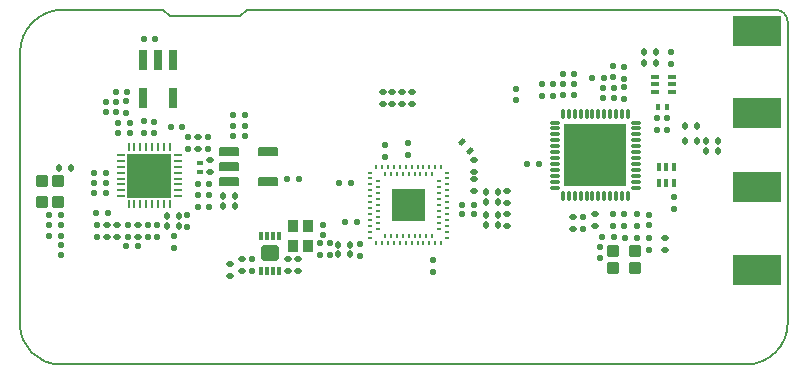
<source format=gbp>
G04*
G04 #@! TF.GenerationSoftware,Altium Limited,CircuitStudio,1.5.2 (30)*
G04*
G04 Layer_Color=16711833*
%FSLAX25Y25*%
%MOIN*%
G70*
G01*
G75*
G04:AMPARAMS|DCode=13|XSize=23.62mil|YSize=17.72mil|CornerRadius=4.43mil|HoleSize=0mil|Usage=FLASHONLY|Rotation=180.000|XOffset=0mil|YOffset=0mil|HoleType=Round|Shape=RoundedRectangle|*
%AMROUNDEDRECTD13*
21,1,0.02362,0.00886,0,0,180.0*
21,1,0.01476,0.01772,0,0,180.0*
1,1,0.00886,-0.00738,0.00443*
1,1,0.00886,0.00738,0.00443*
1,1,0.00886,0.00738,-0.00443*
1,1,0.00886,-0.00738,-0.00443*
%
%ADD13ROUNDEDRECTD13*%
G04:AMPARAMS|DCode=15|XSize=21.65mil|YSize=17.72mil|CornerRadius=4.43mil|HoleSize=0mil|Usage=FLASHONLY|Rotation=270.000|XOffset=0mil|YOffset=0mil|HoleType=Round|Shape=RoundedRectangle|*
%AMROUNDEDRECTD15*
21,1,0.02165,0.00886,0,0,270.0*
21,1,0.01280,0.01772,0,0,270.0*
1,1,0.00886,-0.00443,-0.00640*
1,1,0.00886,-0.00443,0.00640*
1,1,0.00886,0.00443,0.00640*
1,1,0.00886,0.00443,-0.00640*
%
%ADD15ROUNDEDRECTD15*%
G04:AMPARAMS|DCode=29|XSize=21.65mil|YSize=17.72mil|CornerRadius=4.43mil|HoleSize=0mil|Usage=FLASHONLY|Rotation=0.000|XOffset=0mil|YOffset=0mil|HoleType=Round|Shape=RoundedRectangle|*
%AMROUNDEDRECTD29*
21,1,0.02165,0.00886,0,0,0.0*
21,1,0.01280,0.01772,0,0,0.0*
1,1,0.00886,0.00640,-0.00443*
1,1,0.00886,-0.00640,-0.00443*
1,1,0.00886,-0.00640,0.00443*
1,1,0.00886,0.00640,0.00443*
%
%ADD29ROUNDEDRECTD29*%
%ADD32R,0.16496X0.10492*%
G04:AMPARAMS|DCode=35|XSize=23.62mil|YSize=17.72mil|CornerRadius=4.43mil|HoleSize=0mil|Usage=FLASHONLY|Rotation=270.000|XOffset=0mil|YOffset=0mil|HoleType=Round|Shape=RoundedRectangle|*
%AMROUNDEDRECTD35*
21,1,0.02362,0.00886,0,0,270.0*
21,1,0.01476,0.01772,0,0,270.0*
1,1,0.00886,-0.00443,-0.00738*
1,1,0.00886,-0.00443,0.00738*
1,1,0.00886,0.00443,0.00738*
1,1,0.00886,0.00443,-0.00738*
%
%ADD35ROUNDEDRECTD35*%
G04:AMPARAMS|DCode=36|XSize=14.17mil|YSize=23mil|CornerRadius=0.71mil|HoleSize=0mil|Usage=FLASHONLY|Rotation=180.000|XOffset=0mil|YOffset=0mil|HoleType=Round|Shape=RoundedRectangle|*
%AMROUNDEDRECTD36*
21,1,0.01417,0.02158,0,0,180.0*
21,1,0.01276,0.02300,0,0,180.0*
1,1,0.00142,-0.00638,0.01079*
1,1,0.00142,0.00638,0.01079*
1,1,0.00142,0.00638,-0.01079*
1,1,0.00142,-0.00638,-0.01079*
%
%ADD36ROUNDEDRECTD36*%
G04:AMPARAMS|DCode=37|XSize=14.17mil|YSize=23mil|CornerRadius=0.71mil|HoleSize=0mil|Usage=FLASHONLY|Rotation=270.000|XOffset=0mil|YOffset=0mil|HoleType=Round|Shape=RoundedRectangle|*
%AMROUNDEDRECTD37*
21,1,0.01417,0.02158,0,0,270.0*
21,1,0.01276,0.02300,0,0,270.0*
1,1,0.00142,-0.01079,-0.00638*
1,1,0.00142,-0.01079,0.00638*
1,1,0.00142,0.01079,0.00638*
1,1,0.00142,0.01079,-0.00638*
%
%ADD37ROUNDEDRECTD37*%
%ADD54C,0.00500*%
G04:AMPARAMS|DCode=71|XSize=39.37mil|YSize=37.4mil|CornerRadius=1.87mil|HoleSize=0mil|Usage=FLASHONLY|Rotation=90.000|XOffset=0mil|YOffset=0mil|HoleType=Round|Shape=RoundedRectangle|*
%AMROUNDEDRECTD71*
21,1,0.03937,0.03366,0,0,90.0*
21,1,0.03563,0.03740,0,0,90.0*
1,1,0.00374,0.01683,0.01782*
1,1,0.00374,0.01683,-0.01782*
1,1,0.00374,-0.01683,-0.01782*
1,1,0.00374,-0.01683,0.01782*
%
%ADD71ROUNDEDRECTD71*%
G04:AMPARAMS|DCode=72|XSize=39.37mil|YSize=37.4mil|CornerRadius=1.87mil|HoleSize=0mil|Usage=FLASHONLY|Rotation=180.000|XOffset=0mil|YOffset=0mil|HoleType=Round|Shape=RoundedRectangle|*
%AMROUNDEDRECTD72*
21,1,0.03937,0.03366,0,0,180.0*
21,1,0.03563,0.03740,0,0,180.0*
1,1,0.00374,-0.01782,0.01683*
1,1,0.00374,0.01782,0.01683*
1,1,0.00374,0.01782,-0.01683*
1,1,0.00374,-0.01782,-0.01683*
%
%ADD72ROUNDEDRECTD72*%
%ADD73O,0.00984X0.03150*%
%ADD74O,0.03150X0.00984*%
%ADD75R,0.14567X0.14567*%
G04:AMPARAMS|DCode=77|XSize=33.47mil|YSize=11.81mil|CornerRadius=4.72mil|HoleSize=0mil|Usage=FLASHONLY|Rotation=90.000|XOffset=0mil|YOffset=0mil|HoleType=Round|Shape=RoundedRectangle|*
%AMROUNDEDRECTD77*
21,1,0.03347,0.00236,0,0,90.0*
21,1,0.02402,0.01181,0,0,90.0*
1,1,0.00945,0.00118,0.01201*
1,1,0.00945,0.00118,-0.01201*
1,1,0.00945,-0.00118,-0.01201*
1,1,0.00945,-0.00118,0.01201*
%
%ADD77ROUNDEDRECTD77*%
G04:AMPARAMS|DCode=78|XSize=33.47mil|YSize=11.81mil|CornerRadius=4.72mil|HoleSize=0mil|Usage=FLASHONLY|Rotation=180.000|XOffset=0mil|YOffset=0mil|HoleType=Round|Shape=RoundedRectangle|*
%AMROUNDEDRECTD78*
21,1,0.03347,0.00236,0,0,180.0*
21,1,0.02402,0.01181,0,0,180.0*
1,1,0.00945,-0.01201,0.00118*
1,1,0.00945,0.01201,0.00118*
1,1,0.00945,0.01201,-0.00118*
1,1,0.00945,-0.01201,-0.00118*
%
%ADD78ROUNDEDRECTD78*%
G04:AMPARAMS|DCode=80|XSize=15.75mil|YSize=8.66mil|CornerRadius=0.87mil|HoleSize=0mil|Usage=FLASHONLY|Rotation=270.000|XOffset=0mil|YOffset=0mil|HoleType=Round|Shape=RoundedRectangle|*
%AMROUNDEDRECTD80*
21,1,0.01575,0.00693,0,0,270.0*
21,1,0.01402,0.00866,0,0,270.0*
1,1,0.00173,-0.00347,-0.00701*
1,1,0.00173,-0.00347,0.00701*
1,1,0.00173,0.00347,0.00701*
1,1,0.00173,0.00347,-0.00701*
%
%ADD80ROUNDEDRECTD80*%
G04:AMPARAMS|DCode=81|XSize=15.75mil|YSize=8.66mil|CornerRadius=0.87mil|HoleSize=0mil|Usage=FLASHONLY|Rotation=0.000|XOffset=0mil|YOffset=0mil|HoleType=Round|Shape=RoundedRectangle|*
%AMROUNDEDRECTD81*
21,1,0.01575,0.00693,0,0,0.0*
21,1,0.01402,0.00866,0,0,0.0*
1,1,0.00173,0.00701,-0.00347*
1,1,0.00173,-0.00701,-0.00347*
1,1,0.00173,-0.00701,0.00347*
1,1,0.00173,0.00701,0.00347*
%
%ADD81ROUNDEDRECTD81*%
G04:AMPARAMS|DCode=82|XSize=57.09mil|YSize=53.15mil|CornerRadius=5.32mil|HoleSize=0mil|Usage=FLASHONLY|Rotation=180.000|XOffset=0mil|YOffset=0mil|HoleType=Round|Shape=RoundedRectangle|*
%AMROUNDEDRECTD82*
21,1,0.05709,0.04252,0,0,180.0*
21,1,0.04646,0.05315,0,0,180.0*
1,1,0.01063,-0.02323,0.02126*
1,1,0.01063,0.02323,0.02126*
1,1,0.01063,0.02323,-0.02126*
1,1,0.01063,-0.02323,-0.02126*
%
%ADD82ROUNDEDRECTD82*%
G04:AMPARAMS|DCode=83|XSize=29.53mil|YSize=11.81mil|CornerRadius=2.95mil|HoleSize=0mil|Usage=FLASHONLY|Rotation=270.000|XOffset=0mil|YOffset=0mil|HoleType=Round|Shape=RoundedRectangle|*
%AMROUNDEDRECTD83*
21,1,0.02953,0.00591,0,0,270.0*
21,1,0.02363,0.01181,0,0,270.0*
1,1,0.00591,-0.00295,-0.01181*
1,1,0.00591,-0.00295,0.01181*
1,1,0.00591,0.00295,0.01181*
1,1,0.00591,0.00295,-0.01181*
%
%ADD83ROUNDEDRECTD83*%
G04:AMPARAMS|DCode=84|XSize=25.59mil|YSize=13.78mil|CornerRadius=1.38mil|HoleSize=0mil|Usage=FLASHONLY|Rotation=180.000|XOffset=0mil|YOffset=0mil|HoleType=Round|Shape=RoundedRectangle|*
%AMROUNDEDRECTD84*
21,1,0.02559,0.01102,0,0,180.0*
21,1,0.02284,0.01378,0,0,180.0*
1,1,0.00276,-0.01142,0.00551*
1,1,0.00276,0.01142,0.00551*
1,1,0.00276,0.01142,-0.00551*
1,1,0.00276,-0.01142,-0.00551*
%
%ADD84ROUNDEDRECTD84*%
G04:AMPARAMS|DCode=85|XSize=25.59mil|YSize=13.78mil|CornerRadius=1.38mil|HoleSize=0mil|Usage=FLASHONLY|Rotation=90.000|XOffset=0mil|YOffset=0mil|HoleType=Round|Shape=RoundedRectangle|*
%AMROUNDEDRECTD85*
21,1,0.02559,0.01102,0,0,90.0*
21,1,0.02284,0.01378,0,0,90.0*
1,1,0.00276,0.00551,0.01142*
1,1,0.00276,0.00551,-0.01142*
1,1,0.00276,-0.00551,-0.01142*
1,1,0.00276,-0.00551,0.01142*
%
%ADD85ROUNDEDRECTD85*%
G04:AMPARAMS|DCode=86|XSize=23.62mil|YSize=17.72mil|CornerRadius=4.43mil|HoleSize=0mil|Usage=FLASHONLY|Rotation=225.000|XOffset=0mil|YOffset=0mil|HoleType=Round|Shape=RoundedRectangle|*
%AMROUNDEDRECTD86*
21,1,0.02362,0.00886,0,0,225.0*
21,1,0.01476,0.01772,0,0,225.0*
1,1,0.00886,-0.00835,-0.00209*
1,1,0.00886,0.00209,0.00835*
1,1,0.00886,0.00835,0.00209*
1,1,0.00886,-0.00209,-0.00835*
%
%ADD86ROUNDEDRECTD86*%
G04:AMPARAMS|DCode=87|XSize=64.96mil|YSize=29.92mil|CornerRadius=1.5mil|HoleSize=0mil|Usage=FLASHONLY|Rotation=90.000|XOffset=0mil|YOffset=0mil|HoleType=Round|Shape=RoundedRectangle|*
%AMROUNDEDRECTD87*
21,1,0.06496,0.02693,0,0,90.0*
21,1,0.06197,0.02992,0,0,90.0*
1,1,0.00299,0.01347,0.03098*
1,1,0.00299,0.01347,-0.03098*
1,1,0.00299,-0.01347,-0.03098*
1,1,0.00299,-0.01347,0.03098*
%
%ADD87ROUNDEDRECTD87*%
G04:AMPARAMS|DCode=88|XSize=35.43mil|YSize=43.31mil|CornerRadius=0.89mil|HoleSize=0mil|Usage=FLASHONLY|Rotation=0.000|XOffset=0mil|YOffset=0mil|HoleType=Round|Shape=RoundedRectangle|*
%AMROUNDEDRECTD88*
21,1,0.03543,0.04154,0,0,0.0*
21,1,0.03366,0.04331,0,0,0.0*
1,1,0.00177,0.01683,-0.02077*
1,1,0.00177,-0.01683,-0.02077*
1,1,0.00177,-0.01683,0.02077*
1,1,0.00177,0.01683,0.02077*
%
%ADD88ROUNDEDRECTD88*%
G04:AMPARAMS|DCode=89|XSize=65mil|YSize=30mil|CornerRadius=3mil|HoleSize=0mil|Usage=FLASHONLY|Rotation=180.000|XOffset=0mil|YOffset=0mil|HoleType=Round|Shape=RoundedRectangle|*
%AMROUNDEDRECTD89*
21,1,0.06500,0.02400,0,0,180.0*
21,1,0.05900,0.03000,0,0,180.0*
1,1,0.00600,-0.02950,0.01200*
1,1,0.00600,0.02950,0.01200*
1,1,0.00600,0.02950,-0.01200*
1,1,0.00600,-0.02950,-0.01200*
%
%ADD89ROUNDEDRECTD89*%
G04:AMPARAMS|DCode=98|XSize=21.62mil|YSize=17.69mil|CornerRadius=3.92mil|HoleSize=0mil|Usage=FLASHONLY|Rotation=0.000|XOffset=0mil|YOffset=0mil|HoleType=Round|Shape=RoundedRectangle|*
%AMROUNDEDRECTD98*
21,1,0.02162,0.00984,0,0,0.0*
21,1,0.01378,0.01769,0,0,0.0*
1,1,0.00784,0.00689,-0.00492*
1,1,0.00784,-0.00689,-0.00492*
1,1,0.00784,-0.00689,0.00492*
1,1,0.00784,0.00689,0.00492*
%
%ADD98ROUNDEDRECTD98*%
G04:AMPARAMS|DCode=99|XSize=21.62mil|YSize=17.69mil|CornerRadius=3.92mil|HoleSize=0mil|Usage=FLASHONLY|Rotation=90.000|XOffset=0mil|YOffset=0mil|HoleType=Round|Shape=RoundedRectangle|*
%AMROUNDEDRECTD99*
21,1,0.02162,0.00984,0,0,90.0*
21,1,0.01378,0.01769,0,0,90.0*
1,1,0.00784,0.00492,0.00689*
1,1,0.00784,0.00492,-0.00689*
1,1,0.00784,-0.00492,-0.00689*
1,1,0.00784,-0.00492,0.00689*
%
%ADD99ROUNDEDRECTD99*%
G04:AMPARAMS|DCode=159|XSize=208.66mil|YSize=208.66mil|CornerRadius=0mil|HoleSize=0mil|Usage=FLASHONLY|Rotation=90.000|XOffset=0mil|YOffset=0mil|HoleType=Round|Shape=RoundedRectangle|*
%AMROUNDEDRECTD159*
21,1,0.20866,0.20866,0,0,90.0*
21,1,0.20866,0.20866,0,0,90.0*
1,1,0.00000,0.10433,0.10433*
1,1,0.00000,0.10433,-0.10433*
1,1,0.00000,-0.10433,-0.10433*
1,1,0.00000,-0.10433,0.10433*
%
%ADD159ROUNDEDRECTD159*%
G36*
X1169657Y747120D02*
X1158698D01*
Y758079D01*
X1169657D01*
Y747120D01*
D02*
G37*
D13*
X1249476Y737681D02*
D03*
Y741681D02*
D03*
X1124026Y734711D02*
D03*
Y730711D02*
D03*
X1127216Y734671D02*
D03*
Y730671D02*
D03*
X1108586Y734741D02*
D03*
Y730741D02*
D03*
X1165316Y786401D02*
D03*
Y790401D02*
D03*
X1161956Y786401D02*
D03*
Y790401D02*
D03*
X1158716Y786391D02*
D03*
Y790391D02*
D03*
X1155536Y786411D02*
D03*
Y790411D02*
D03*
X1196956Y753243D02*
D03*
Y757243D02*
D03*
X1196956Y745566D02*
D03*
Y749566D02*
D03*
X1218876Y748681D02*
D03*
Y744681D02*
D03*
X1186080Y763761D02*
D03*
Y767761D02*
D03*
X1185953Y757245D02*
D03*
Y761245D02*
D03*
X1104576Y728881D02*
D03*
Y732881D02*
D03*
X1073876Y746081D02*
D03*
Y742081D02*
D03*
X1067076D02*
D03*
Y746081D02*
D03*
X1094076Y775181D02*
D03*
Y771181D02*
D03*
X1063576Y746081D02*
D03*
Y742081D02*
D03*
X1226425Y745604D02*
D03*
Y749604D02*
D03*
X1097976Y767581D02*
D03*
Y763581D02*
D03*
D15*
X1063203Y783681D02*
D03*
X1066549D02*
D03*
X1063203Y786981D02*
D03*
X1066549D02*
D03*
D29*
X1135766Y742534D02*
D03*
Y745880D02*
D03*
X1048275Y739354D02*
D03*
Y736007D02*
D03*
X1244141Y745931D02*
D03*
Y749277D02*
D03*
X1232330Y798785D02*
D03*
Y795439D02*
D03*
D32*
X1280174Y758448D02*
D03*
Y730948D02*
D03*
Y810614D02*
D03*
Y783114D02*
D03*
D35*
X1246776Y800081D02*
D03*
X1242776D02*
D03*
X1246776Y803581D02*
D03*
X1242776D02*
D03*
X1102176Y755581D02*
D03*
X1106176D02*
D03*
X1051556Y764911D02*
D03*
X1047556D02*
D03*
X1260176Y778981D02*
D03*
X1256176D02*
D03*
X1260176Y773981D02*
D03*
X1256176D02*
D03*
X1267176Y770581D02*
D03*
X1263176D02*
D03*
X1267176Y773881D02*
D03*
X1263176D02*
D03*
X1190059Y756795D02*
D03*
X1194059D02*
D03*
X1190035Y753557D02*
D03*
X1194035D02*
D03*
X1190059Y749118D02*
D03*
X1194059D02*
D03*
X1083587Y745486D02*
D03*
X1087587D02*
D03*
X1102176Y752281D02*
D03*
X1106176D02*
D03*
X1190059Y745870D02*
D03*
X1194059D02*
D03*
X1140566Y739411D02*
D03*
X1144566D02*
D03*
X1083587Y749029D02*
D03*
X1087587D02*
D03*
X1140576Y736181D02*
D03*
X1144576D02*
D03*
D36*
X1247176Y785281D02*
D03*
X1250176D02*
D03*
D37*
X1094576Y763681D02*
D03*
Y766681D02*
D03*
D54*
X1276749Y699502D02*
G03*
X1290528Y713281I0J13780D01*
G01*
X1034623Y712769D02*
G03*
X1047891Y699502I13268J0D01*
G01*
X1048995Y817730D02*
G03*
X1034623Y803358I0J-14372D01*
G01*
X1290528Y813564D02*
G03*
X1286362Y817730I-4166J0D01*
G01*
X1047891Y699502D02*
X1276749Y699502D01*
X1034623Y712769D02*
X1034623Y796470D01*
X1290528Y718006D02*
Y767631D01*
X1084591Y815466D02*
X1107961D01*
X1034623Y796470D02*
Y803358D01*
X1290528Y713281D02*
Y718006D01*
X1110224Y817730D02*
X1286362D01*
X1290528Y767631D02*
Y813564D01*
X1082327Y817730D02*
X1084591Y815466D01*
X1048995Y817730D02*
X1082327D01*
X1107961Y815466D02*
X1110224Y817730D01*
D71*
X1047398Y753458D02*
D03*
X1041887D02*
D03*
Y760742D02*
D03*
X1047398D02*
D03*
D72*
X1239717Y737237D02*
D03*
Y731725D02*
D03*
X1232434D02*
D03*
Y737237D02*
D03*
D73*
X1084603Y752868D02*
D03*
X1082635D02*
D03*
X1080666D02*
D03*
X1078698D02*
D03*
X1076729D02*
D03*
X1074761D02*
D03*
X1072792D02*
D03*
X1070824D02*
D03*
Y771962D02*
D03*
X1072792D02*
D03*
X1074761D02*
D03*
X1076729D02*
D03*
X1078698D02*
D03*
X1080666D02*
D03*
X1082635D02*
D03*
X1084603D02*
D03*
D74*
X1068166Y755525D02*
D03*
Y757494D02*
D03*
Y759462D02*
D03*
Y761431D02*
D03*
Y763399D02*
D03*
Y765368D02*
D03*
Y767336D02*
D03*
Y769305D02*
D03*
X1087261D02*
D03*
Y767336D02*
D03*
Y765368D02*
D03*
Y763399D02*
D03*
Y761431D02*
D03*
Y759462D02*
D03*
Y757494D02*
D03*
Y755525D02*
D03*
D75*
X1077713Y762415D02*
D03*
D77*
X1237251Y782840D02*
D03*
X1235283D02*
D03*
X1233314D02*
D03*
X1231346D02*
D03*
X1229377D02*
D03*
X1227409D02*
D03*
X1225440D02*
D03*
X1223472D02*
D03*
X1221503D02*
D03*
X1219535D02*
D03*
X1217566D02*
D03*
X1215598D02*
D03*
Y755675D02*
D03*
X1217566D02*
D03*
X1219535D02*
D03*
X1221503D02*
D03*
X1223472D02*
D03*
X1225440D02*
D03*
X1227409D02*
D03*
X1229377D02*
D03*
X1231346D02*
D03*
X1233314D02*
D03*
X1235283D02*
D03*
X1237251D02*
D03*
D78*
X1212842Y780084D02*
D03*
Y778116D02*
D03*
Y776147D02*
D03*
Y774179D02*
D03*
Y772210D02*
D03*
Y770242D02*
D03*
Y768273D02*
D03*
Y766305D02*
D03*
Y764336D02*
D03*
Y762368D02*
D03*
Y760399D02*
D03*
Y758431D02*
D03*
X1240007D02*
D03*
Y760399D02*
D03*
Y762368D02*
D03*
Y764336D02*
D03*
Y766305D02*
D03*
Y768273D02*
D03*
Y770242D02*
D03*
Y772210D02*
D03*
Y774179D02*
D03*
Y776147D02*
D03*
Y778116D02*
D03*
Y780084D02*
D03*
D80*
X1172050Y762837D02*
D03*
X1170081D02*
D03*
X1168113D02*
D03*
X1166144D02*
D03*
X1164176D02*
D03*
X1162207D02*
D03*
X1160239D02*
D03*
X1158270D02*
D03*
X1156302D02*
D03*
Y742365D02*
D03*
X1158270D02*
D03*
X1160239D02*
D03*
X1162207D02*
D03*
X1164176D02*
D03*
X1166144D02*
D03*
X1168113D02*
D03*
X1170081D02*
D03*
X1172050D02*
D03*
X1175002Y765396D02*
D03*
X1173034D02*
D03*
X1171065D02*
D03*
X1169097D02*
D03*
X1167128D02*
D03*
X1165160D02*
D03*
X1163191D02*
D03*
X1161223D02*
D03*
X1159254D02*
D03*
X1157286D02*
D03*
X1155317D02*
D03*
X1153349D02*
D03*
Y739806D02*
D03*
X1155317D02*
D03*
X1157286D02*
D03*
X1159254D02*
D03*
X1161223D02*
D03*
X1163191D02*
D03*
X1165160D02*
D03*
X1167128D02*
D03*
X1169097D02*
D03*
X1171065D02*
D03*
X1173034D02*
D03*
X1175002D02*
D03*
D81*
X1153939Y760475D02*
D03*
Y758507D02*
D03*
Y756538D02*
D03*
Y754570D02*
D03*
Y752601D02*
D03*
Y750633D02*
D03*
Y748664D02*
D03*
Y746696D02*
D03*
Y744727D02*
D03*
X1174412D02*
D03*
Y746696D02*
D03*
Y748664D02*
D03*
Y750633D02*
D03*
Y752601D02*
D03*
Y754570D02*
D03*
Y756538D02*
D03*
Y758507D02*
D03*
Y760475D02*
D03*
X1151380Y763428D02*
D03*
Y761459D02*
D03*
Y759491D02*
D03*
Y757522D02*
D03*
Y755554D02*
D03*
Y753585D02*
D03*
Y751617D02*
D03*
Y749648D02*
D03*
Y747680D02*
D03*
Y745711D02*
D03*
Y743743D02*
D03*
Y741774D02*
D03*
X1176971D02*
D03*
Y743743D02*
D03*
Y745711D02*
D03*
Y747680D02*
D03*
Y749648D02*
D03*
Y751617D02*
D03*
Y753585D02*
D03*
Y755554D02*
D03*
Y757522D02*
D03*
Y759491D02*
D03*
Y761459D02*
D03*
Y763428D02*
D03*
D82*
X1117936Y736511D02*
D03*
D83*
X1114983Y730605D02*
D03*
X1116952D02*
D03*
X1118920D02*
D03*
X1120889D02*
D03*
Y742417D02*
D03*
X1118920D02*
D03*
X1116952D02*
D03*
X1114983D02*
D03*
D84*
X1251832Y795340D02*
D03*
Y792781D02*
D03*
Y790222D02*
D03*
X1246320Y795340D02*
D03*
Y792781D02*
D03*
Y790222D02*
D03*
D85*
X1252635Y759925D02*
D03*
X1250076D02*
D03*
X1247517D02*
D03*
X1252635Y765437D02*
D03*
X1250076D02*
D03*
X1247517D02*
D03*
D86*
X1181909Y773475D02*
D03*
X1184738Y770646D02*
D03*
D87*
X1080792Y801006D02*
D03*
X1085792D02*
D03*
X1075792D02*
D03*
X1085792Y788250D02*
D03*
X1075792D02*
D03*
D88*
X1130735Y745627D02*
D03*
X1125616D02*
D03*
Y738935D02*
D03*
X1130735D02*
D03*
D89*
X1104433Y760368D02*
D03*
Y765368D02*
D03*
Y770368D02*
D03*
X1117333Y760368D02*
D03*
Y770368D02*
D03*
D98*
X1236076Y798550D02*
D03*
Y794613D02*
D03*
X1137806Y739940D02*
D03*
Y736003D02*
D03*
X1134506Y739920D02*
D03*
Y735983D02*
D03*
X1199991Y787484D02*
D03*
Y791421D02*
D03*
X1085876Y738413D02*
D03*
Y742350D02*
D03*
X1090776Y775150D02*
D03*
Y771213D02*
D03*
X1111976Y730743D02*
D03*
Y734680D02*
D03*
X1244141Y741698D02*
D03*
Y737761D02*
D03*
X1240204Y745635D02*
D03*
Y749572D02*
D03*
X1236076Y787913D02*
D03*
Y791850D02*
D03*
X1247103Y777572D02*
D03*
Y781509D02*
D03*
X1222276Y744713D02*
D03*
Y748650D02*
D03*
X1232330Y749572D02*
D03*
Y745635D02*
D03*
X1212251Y792879D02*
D03*
Y788942D02*
D03*
X1208708D02*
D03*
Y792879D02*
D03*
X1097376Y775150D02*
D03*
Y771213D02*
D03*
X1156175Y768727D02*
D03*
Y772664D02*
D03*
X1147876Y739550D02*
D03*
Y735613D02*
D03*
X1172376Y734150D02*
D03*
Y730213D02*
D03*
X1164032Y773242D02*
D03*
Y769305D02*
D03*
X1060176Y746050D02*
D03*
Y742113D02*
D03*
X1076076Y780450D02*
D03*
Y776513D02*
D03*
X1079239Y780427D02*
D03*
Y776490D02*
D03*
X1070479Y746027D02*
D03*
Y742090D02*
D03*
X1077172D02*
D03*
Y746027D02*
D03*
X1080322Y742090D02*
D03*
Y746027D02*
D03*
X1227976Y738750D02*
D03*
Y734813D02*
D03*
X1090410Y745289D02*
D03*
Y749226D02*
D03*
X1069876Y787250D02*
D03*
Y783313D02*
D03*
X1252676Y755350D02*
D03*
Y751413D02*
D03*
X1236070Y749572D02*
D03*
Y745635D02*
D03*
X1250253Y777572D02*
D03*
Y781509D02*
D03*
X1251631Y799620D02*
D03*
Y803557D02*
D03*
D99*
X1048344Y749181D02*
D03*
X1044407D02*
D03*
X1070444Y790381D02*
D03*
X1066507D02*
D03*
X1048344Y742381D02*
D03*
X1044407D02*
D03*
X1048344Y745781D02*
D03*
X1044407D02*
D03*
X1059207Y763381D02*
D03*
X1063144D02*
D03*
X1240204Y741698D02*
D03*
X1236267D02*
D03*
X1232527Y741895D02*
D03*
X1228590D02*
D03*
X1207724Y766305D02*
D03*
X1203787D02*
D03*
X1229144Y794981D02*
D03*
X1225207D02*
D03*
X1219444Y789181D02*
D03*
X1215507D02*
D03*
X1219444Y792781D02*
D03*
X1215507D02*
D03*
X1232744Y791681D02*
D03*
X1228807D02*
D03*
X1232744Y788181D02*
D03*
X1228807D02*
D03*
X1215507Y796381D02*
D03*
X1219444D02*
D03*
X1144944Y759781D02*
D03*
X1141007D02*
D03*
X1143107Y747081D02*
D03*
X1147044D02*
D03*
X1063146Y760053D02*
D03*
X1059209D02*
D03*
X1059207Y756681D02*
D03*
X1063144D02*
D03*
X1060007Y750081D02*
D03*
X1063944D02*
D03*
X1074022Y738940D02*
D03*
X1070085D02*
D03*
X1097792Y759757D02*
D03*
X1093855D02*
D03*
X1084807Y778681D02*
D03*
X1088744D02*
D03*
X1067207Y776581D02*
D03*
X1071144D02*
D03*
X1067207Y779981D02*
D03*
X1071144D02*
D03*
X1097792Y755919D02*
D03*
X1093855D02*
D03*
X1097792Y752080D02*
D03*
X1093855D02*
D03*
X1127615Y761234D02*
D03*
X1123678D02*
D03*
X1079780Y807887D02*
D03*
X1075843D02*
D03*
X1109603Y782494D02*
D03*
X1105666D02*
D03*
X1109603Y779049D02*
D03*
X1105666D02*
D03*
X1109579Y775662D02*
D03*
X1105642D02*
D03*
X1182007Y749481D02*
D03*
X1185944D02*
D03*
Y752681D02*
D03*
X1182007D02*
D03*
D159*
X1226425Y769257D02*
D03*
M02*

</source>
